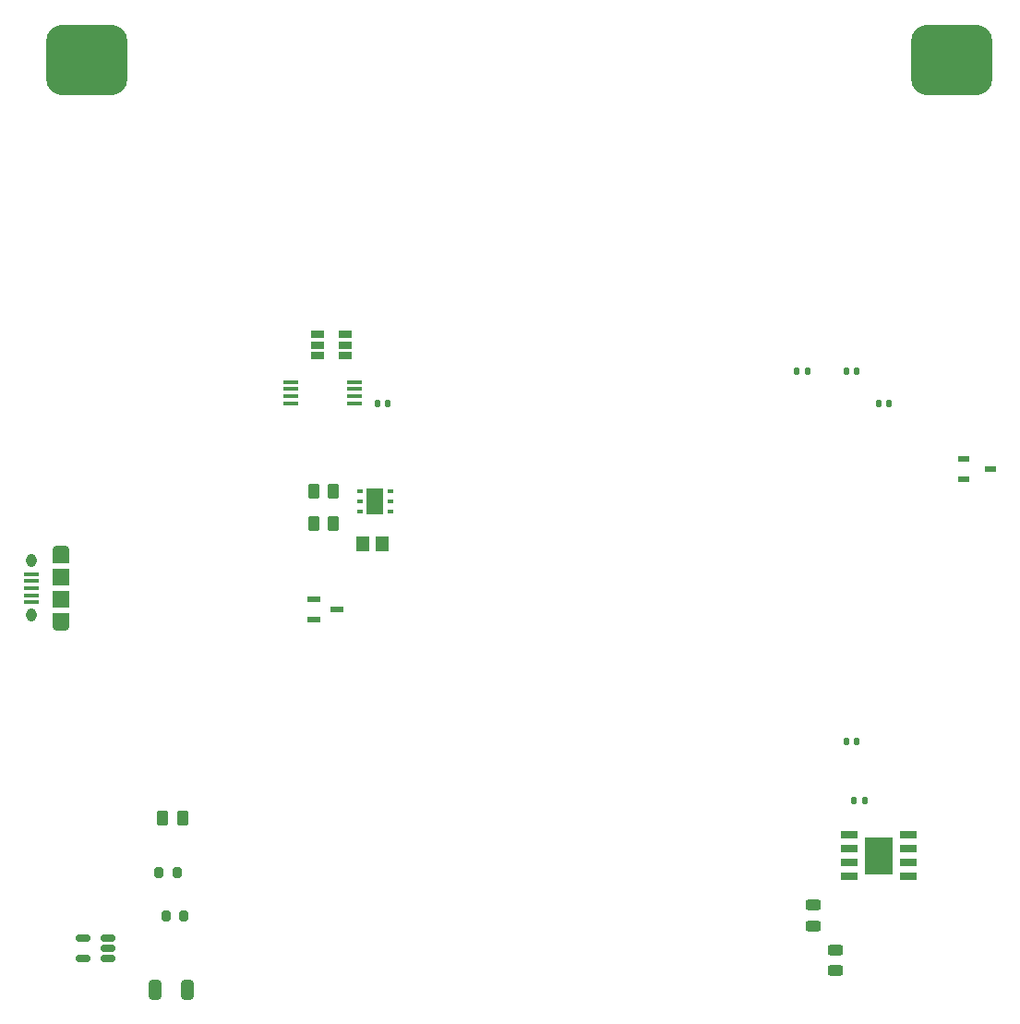
<source format=gbr>
%TF.GenerationSoftware,KiCad,Pcbnew,(7.0.0)*%
%TF.CreationDate,2023-04-14T03:48:35+02:00*%
%TF.ProjectId,overall scematic,6f766572-616c-46c2-9073-63656d617469,rev?*%
%TF.SameCoordinates,Original*%
%TF.FileFunction,Paste,Top*%
%TF.FilePolarity,Positive*%
%FSLAX46Y46*%
G04 Gerber Fmt 4.6, Leading zero omitted, Abs format (unit mm)*
G04 Created by KiCad (PCBNEW (7.0.0)) date 2023-04-14 03:48:35*
%MOMM*%
%LPD*%
G01*
G04 APERTURE LIST*
G04 Aperture macros list*
%AMRoundRect*
0 Rectangle with rounded corners*
0 $1 Rounding radius*
0 $2 $3 $4 $5 $6 $7 $8 $9 X,Y pos of 4 corners*
0 Add a 4 corners polygon primitive as box body*
4,1,4,$2,$3,$4,$5,$6,$7,$8,$9,$2,$3,0*
0 Add four circle primitives for the rounded corners*
1,1,$1+$1,$2,$3*
1,1,$1+$1,$4,$5*
1,1,$1+$1,$6,$7*
1,1,$1+$1,$8,$9*
0 Add four rect primitives between the rounded corners*
20,1,$1+$1,$2,$3,$4,$5,0*
20,1,$1+$1,$4,$5,$6,$7,0*
20,1,$1+$1,$6,$7,$8,$9,0*
20,1,$1+$1,$8,$9,$2,$3,0*%
G04 Aperture macros list end*
%ADD10RoundRect,1.625000X-2.125000X-1.625000X2.125000X-1.625000X2.125000X1.625000X-2.125000X1.625000X0*%
%ADD11R,1.150000X1.450000*%
%ADD12R,1.200000X0.650000*%
%ADD13R,1.475000X0.450000*%
%ADD14R,1.300000X0.600000*%
%ADD15R,1.070003X0.600000*%
%ADD16R,1.525000X0.700000*%
%ADD17R,2.513000X3.402000*%
%ADD18RoundRect,0.140000X-0.140000X-0.170000X0.140000X-0.170000X0.140000X0.170000X-0.140000X0.170000X0*%
%ADD19RoundRect,0.140000X0.140000X0.170000X-0.140000X0.170000X-0.140000X-0.170000X0.140000X-0.170000X0*%
%ADD20RoundRect,0.250000X0.325000X0.650000X-0.325000X0.650000X-0.325000X-0.650000X0.325000X-0.650000X0*%
%ADD21O,1.550000X0.890000*%
%ADD22O,0.950000X1.250000*%
%ADD23R,1.350000X0.400000*%
%ADD24R,1.550000X1.200000*%
%ADD25R,1.550000X1.500000*%
%ADD26RoundRect,0.243750X0.456250X-0.243750X0.456250X0.243750X-0.456250X0.243750X-0.456250X-0.243750X0*%
%ADD27R,0.600000X0.400000*%
%ADD28R,1.500000X2.400000*%
%ADD29RoundRect,0.150000X0.512500X0.150000X-0.512500X0.150000X-0.512500X-0.150000X0.512500X-0.150000X0*%
%ADD30RoundRect,0.135000X-0.135000X-0.185000X0.135000X-0.185000X0.135000X0.185000X-0.135000X0.185000X0*%
%ADD31RoundRect,0.200000X0.200000X0.275000X-0.200000X0.275000X-0.200000X-0.275000X0.200000X-0.275000X0*%
%ADD32RoundRect,0.250000X0.262500X0.450000X-0.262500X0.450000X-0.262500X-0.450000X0.262500X-0.450000X0*%
%ADD33RoundRect,0.250000X-0.262500X-0.450000X0.262500X-0.450000X0.262500X0.450000X-0.262500X0.450000X0*%
G04 APERTURE END LIST*
D10*
%TO.C,BT1*%
X173650000Y-50475000D03*
X94350000Y-50475000D03*
%TD*%
D11*
%TO.C,C5*%
X119667499Y-94859999D03*
X121467499Y-94859999D03*
%TD*%
D12*
%TO.C,IC1*%
X115561999Y-75674999D03*
X115561999Y-76624999D03*
X115561999Y-77574999D03*
X118061999Y-77574999D03*
X118061999Y-76624999D03*
X118061999Y-75674999D03*
%TD*%
D13*
%TO.C,Q1*%
X113061999Y-80024999D03*
X113061999Y-80674999D03*
X113061999Y-81324999D03*
X113061999Y-81974999D03*
X118937999Y-81974999D03*
X118937999Y-81324999D03*
X118937999Y-80674999D03*
X118937999Y-80024999D03*
%TD*%
D14*
%TO.C,U5*%
X115182499Y-99909999D03*
X115182499Y-101809999D03*
X117282499Y-100859999D03*
%TD*%
D15*
%TO.C,U1*%
X177235076Y-87999999D03*
X174764922Y-88949961D03*
X174764922Y-87050037D03*
%TD*%
D16*
%TO.C,J3*%
X164287999Y-121554999D03*
X164287999Y-122824999D03*
X164287999Y-124094999D03*
X164287999Y-125364999D03*
X169711999Y-125364999D03*
X169711999Y-124094999D03*
X169711999Y-122824999D03*
X169711999Y-121554999D03*
D17*
X166999999Y-123459999D03*
%TD*%
D18*
%TO.C,C3*%
X167960000Y-82000000D03*
X167000000Y-82000000D03*
%TD*%
D19*
%TO.C,C4*%
X164752000Y-118365000D03*
X165712000Y-118365000D03*
%TD*%
%TO.C,C6*%
X121000000Y-82000000D03*
X121960000Y-82000000D03*
%TD*%
D18*
%TO.C,C2*%
X164960000Y-113000000D03*
X164000000Y-113000000D03*
%TD*%
%TO.C,C1*%
X165000000Y-79000000D03*
X164040000Y-79000000D03*
%TD*%
D20*
%TO.C,C10*%
X103575000Y-135750000D03*
X100625000Y-135750000D03*
%TD*%
D21*
%TO.C,J1*%
X91999999Y-102414999D03*
X91999999Y-95414999D03*
D22*
X89299999Y-96414999D03*
X89299999Y-101414999D03*
D23*
X89299999Y-100214999D03*
X89299999Y-99564999D03*
X89299999Y-98914999D03*
X89299999Y-98264999D03*
X89299999Y-97614999D03*
D24*
X91999999Y-101814999D03*
D25*
X91999999Y-97914999D03*
D24*
X91999999Y-96014999D03*
D25*
X91999999Y-99914999D03*
%TD*%
D26*
%TO.C,D1*%
X161000000Y-128000000D03*
X161000000Y-129875000D03*
%TD*%
%TO.C,D2*%
X163000000Y-132125000D03*
X163000000Y-134000000D03*
%TD*%
D27*
%TO.C,U2*%
X119397499Y-90009999D03*
X119397499Y-90959999D03*
X119397499Y-91909999D03*
X122197499Y-91909999D03*
X122197499Y-90959999D03*
X122197499Y-90009999D03*
D28*
X120797499Y-90959999D03*
%TD*%
D29*
%TO.C,U4*%
X96275000Y-132900000D03*
X96275000Y-131950000D03*
X96275000Y-131000000D03*
X94000000Y-131000000D03*
X94000000Y-132900000D03*
%TD*%
D30*
%TO.C,R2*%
X160510000Y-79000000D03*
X159490000Y-79000000D03*
%TD*%
D31*
%TO.C,R10*%
X103245000Y-128970000D03*
X101595000Y-128970000D03*
%TD*%
%TO.C,R11*%
X102650000Y-125000000D03*
X101000000Y-125000000D03*
%TD*%
D32*
%TO.C,R9*%
X103132500Y-120000000D03*
X101307500Y-120000000D03*
%TD*%
D33*
%TO.C,R8*%
X115175000Y-93000000D03*
X117000000Y-93000000D03*
%TD*%
%TO.C,R7*%
X115175000Y-90050000D03*
X117000000Y-90050000D03*
%TD*%
M02*

</source>
